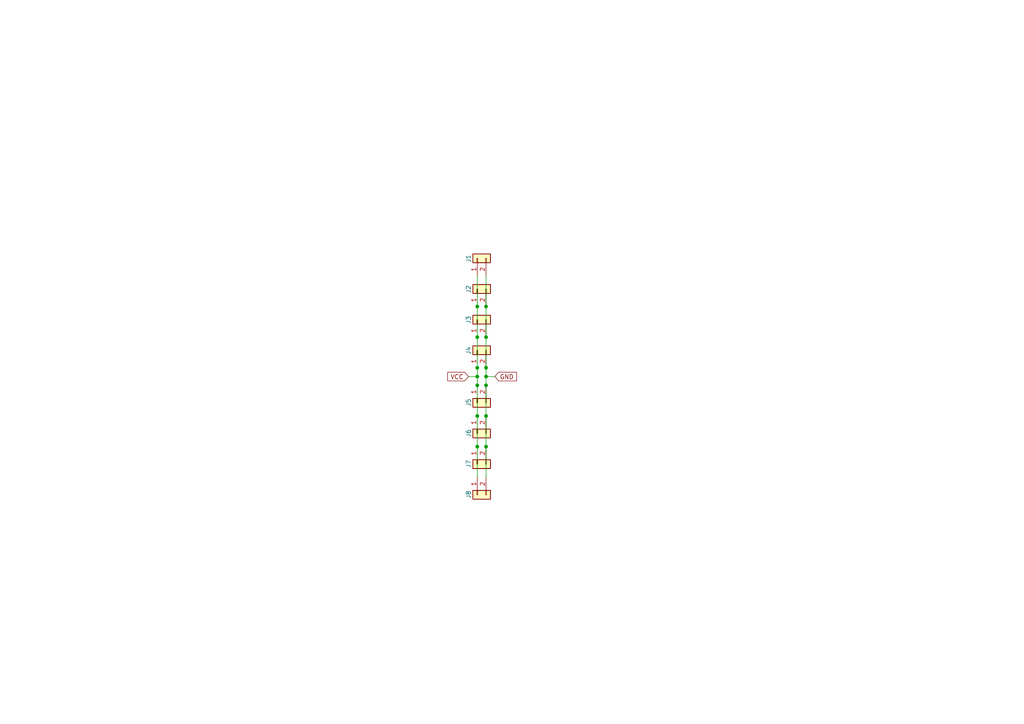
<source format=kicad_sch>
(kicad_sch (version 20230121) (generator eeschema)
  (paper "A4")
  (lib_symbols
    (symbol "Connector_Generic:Conn_01x02" (pin_names (offset 1.016) hide)
      (property "Reference" "J" (at 0 2.54 0))
      (property "Value" "Conn_01x02" (at 0 -5.08 0))
      (symbol "Conn_01x02_1_1"
        (rectangle (start -1.27 -2.413) (end 0 -2.667) (stroke (width 0.1524)))
        (rectangle (start -1.27 0.127) (end 0 -0.127) (stroke (width 0.1524)))
        (rectangle (start -1.27 1.27) (end 1.27 -3.81) (stroke (width 0.254)) (fill (type background)))
        (pin passive line (at -5.08 0 0) (length 3.81) (name "Pin_1") (number "1"))
        (pin passive line (at -5.08 -2.54 0) (length 3.81) (name "Pin_2") (number "2"))
      )
    )
  )
  (junction (at 138.43 129.54))
  (junction (at 138.43 109.22))
  (junction (at 140.97 120.65))
  (junction (at 140.97 111.76))
  (junction (at 138.43 111.76))
  (junction (at 140.97 97.79))
  (junction (at 140.97 109.22))
  (junction (at 138.43 106.68))
  (junction (at 140.97 106.68))
  (junction (at 138.43 120.65))
  (junction (at 140.97 88.9))
  (junction (at 138.43 97.79))
  (junction (at 138.43 88.9))
  (junction (at 140.97 129.54))
  (wire (pts (xy 140.97 129.54) (xy 140.97 138.43)))
  (wire (pts (xy 143.51 109.22) (xy 140.97 109.22)))
  (wire (pts (xy 138.43 80.01) (xy 138.43 88.9)))
  (wire (pts (xy 138.43 129.54) (xy 138.43 138.43)))
  (wire (pts (xy 138.43 88.9) (xy 138.43 97.79)))
  (wire (pts (xy 140.97 106.68) (xy 140.97 109.22)))
  (wire (pts (xy 140.97 109.22) (xy 140.97 111.76)))
  (wire (pts (xy 138.43 97.79) (xy 138.43 106.68)))
  (wire (pts (xy 138.43 109.22) (xy 138.43 111.76)))
  (wire (pts (xy 140.97 111.76) (xy 140.97 120.65)))
  (wire (pts (xy 138.43 111.76) (xy 138.43 120.65)))
  (wire (pts (xy 140.97 80.01) (xy 140.97 88.9)))
  (wire (pts (xy 140.97 129.54) (xy 140.97 120.65)))
  (wire (pts (xy 140.97 88.9) (xy 140.97 97.79)))
  (wire (pts (xy 135.89 109.22) (xy 138.43 109.22)))
  (wire (pts (xy 138.43 129.54) (xy 138.43 120.65)))
  (wire (pts (xy 140.97 97.79) (xy 140.97 106.68)))
  (wire (pts (xy 138.43 106.68) (xy 138.43 109.22)))
  (global_label "VCC" (shape input) (at 135.89 109.22 180) (property "Intersheetrefs" "${INTERSHEET_REFS}" (effects hide)))
  (global_label "GND" (shape input) (at 143.51 109.22 0) (property "Intersheetrefs" "${INTERSHEET_REFS}" (effects hide)))
  (symbol (lib_id "Connector_Generic:Conn_01x02") (at 138.43 143.51 90) (mirror x) (unit 1)
    (property "Reference" "J8" (at 135.89 142.24 0) (effects (justify left)))
    (property "Value" "Conn_01x02" (effects hide))
    (property "Footprint" "Library:PinHeader_1x02_P2.54mm_Vertical_edited" (effects hide))
  )
  (symbol (lib_id "Connector_Generic:Conn_01x02") (at 138.43 74.93 90) (unit 1)
    (property "Reference" "J1" (at 135.89 76.2 0) (effects (justify left)))
    (property "Value" "Conn_01x02" (effects hide))
    (property "Footprint" "Library:PinHeader_1x02_P2.54mm_Vertical_edited" (effects hide))
  )
  (symbol (lib_id "Connector_Generic:Conn_01x02") (at 138.43 116.84 90) (mirror x) (unit 1)
    (property "Reference" "J5" (at 135.89 115.57 0) (effects (justify left)))
    (property "Value" "Conn_01x02" (effects hide))
    (property "Footprint" "Library:PinHeader_1x02_P2.54mm_Vertical_edited" (effects hide))
  )
  (symbol (lib_id "Connector_Generic:Conn_01x02") (at 138.43 101.6 90) (unit 1)
    (property "Reference" "J4" (at 135.89 102.87 0) (effects (justify left)))
    (property "Value" "Conn_01x02" (effects hide))
    (property "Footprint" "Library:PinHeader_1x02_P2.54mm_Vertical_edited" (effects hide))
  )
  (symbol (lib_id "Connector_Generic:Conn_01x02") (at 138.43 83.82 90) (unit 1)
    (property "Reference" "J2" (at 135.89 85.09 0) (effects (justify left)))
    (property "Value" "Conn_01x02" (effects hide))
    (property "Footprint" "Library:PinHeader_1x02_P2.54mm_Vertical_edited" (effects hide))
  )
  (symbol (lib_id "Connector_Generic:Conn_01x02") (at 138.43 125.73 90) (mirror x) (unit 1)
    (property "Reference" "J6" (at 135.89 124.46 0) (effects (justify left)))
    (property "Value" "Conn_01x02" (effects hide))
    (property "Footprint" "Library:PinHeader_1x02_P2.54mm_Vertical_edited" (effects hide))
  )
  (symbol (lib_id "Connector_Generic:Conn_01x02") (at 138.43 92.71 90) (unit 1)
    (property "Reference" "J3" (at 135.89 93.98 0) (effects (justify left)))
    (property "Value" "Conn_01x02" (effects hide))
    (property "Footprint" "Library:PinHeader_1x02_P2.54mm_Vertical_edited" (effects hide))
  )
  (symbol (lib_id "Connector_Generic:Conn_01x02") (at 138.43 134.62 90) (mirror x) (unit 1)
    (property "Reference" "J7" (at 135.89 133.35 0) (effects (justify left)))
    (property "Value" "Conn_01x02" (effects hide))
    (property "Footprint" "Library:PinHeader_1x02_P2.54mm_Vertical_edited" (effects hide))
  )
)
</source>
